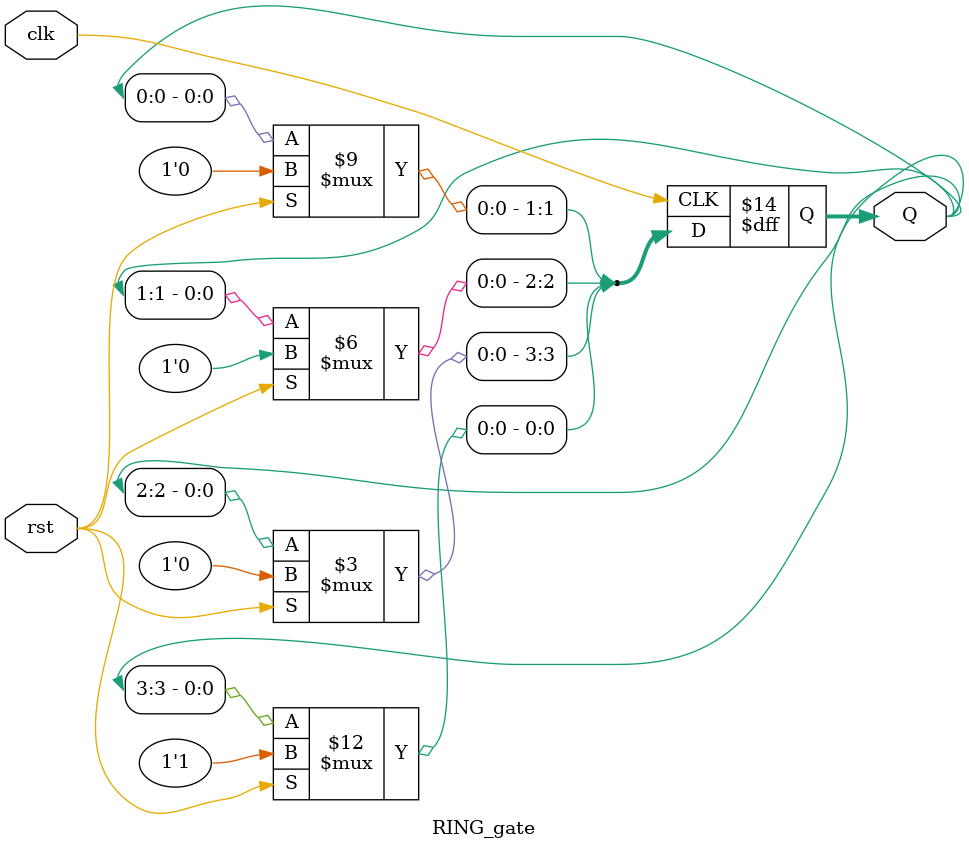
<source format=v>
module RING_gate(input clk,rst,output reg [3:0] Q);

 
  always @(posedge clk) begin
    if (rst) 
       Q<=4'b0001;
   
    else begin
    Q[0]<=Q[3];
    Q[1]<=Q[0];
    Q[2]<=Q[1];
    Q[3]<=Q[2];
    end
  
  end
  
endmodule

</source>
